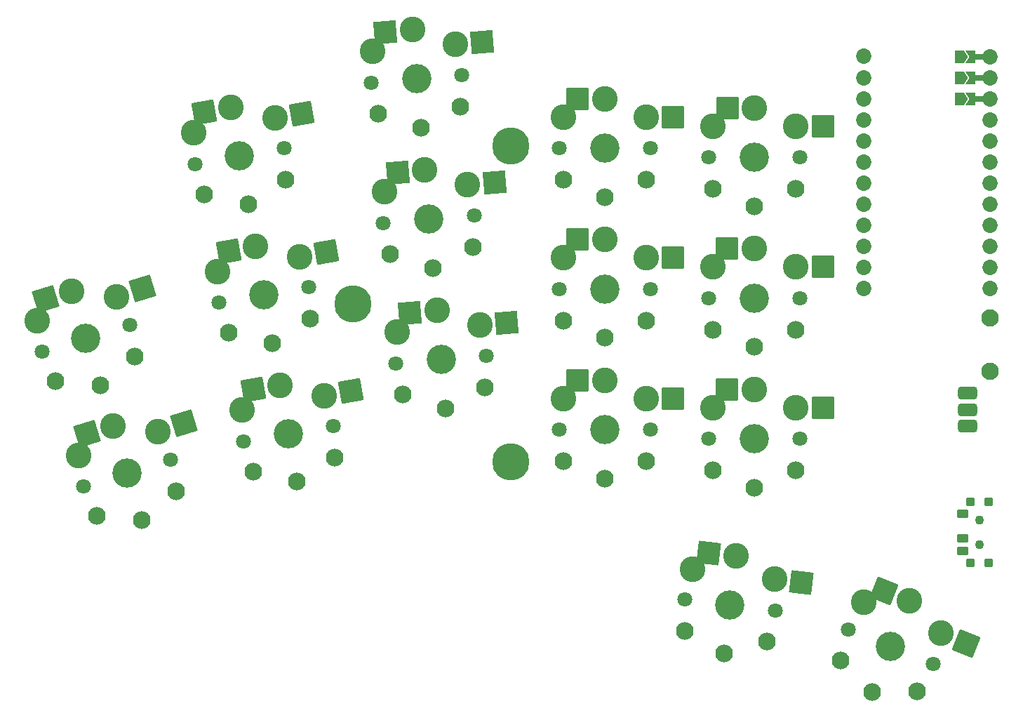
<source format=gbs>
%TF.GenerationSoftware,KiCad,Pcbnew,(6.0.4)*%
%TF.CreationDate,2022-06-17T23:19:32+02:00*%
%TF.ProjectId,konafa,6b6f6e61-6661-42e6-9b69-6361645f7063,v1.0.0*%
%TF.SameCoordinates,Original*%
%TF.FileFunction,Soldermask,Bot*%
%TF.FilePolarity,Negative*%
%FSLAX46Y46*%
G04 Gerber Fmt 4.6, Leading zero omitted, Abs format (unit mm)*
G04 Created by KiCad (PCBNEW (6.0.4)) date 2022-06-17 23:19:32*
%MOMM*%
%LPD*%
G01*
G04 APERTURE LIST*
G04 Aperture macros list*
%AMRoundRect*
0 Rectangle with rounded corners*
0 $1 Rounding radius*
0 $2 $3 $4 $5 $6 $7 $8 $9 X,Y pos of 4 corners*
0 Add a 4 corners polygon primitive as box body*
4,1,4,$2,$3,$4,$5,$6,$7,$8,$9,$2,$3,0*
0 Add four circle primitives for the rounded corners*
1,1,$1+$1,$2,$3*
1,1,$1+$1,$4,$5*
1,1,$1+$1,$6,$7*
1,1,$1+$1,$8,$9*
0 Add four rect primitives between the rounded corners*
20,1,$1+$1,$2,$3,$4,$5,0*
20,1,$1+$1,$4,$5,$6,$7,0*
20,1,$1+$1,$6,$7,$8,$9,0*
20,1,$1+$1,$8,$9,$2,$3,0*%
%AMFreePoly0*
4,1,16,0.685355,0.785355,0.700000,0.750000,0.691603,0.722265,0.210093,0.000000,0.691603,-0.722265,0.699029,-0.759806,0.677735,-0.791603,0.650000,-0.800000,-0.500000,-0.800000,-0.535355,-0.785355,-0.550000,-0.750000,-0.550000,0.750000,-0.535355,0.785355,-0.500000,0.800000,0.650000,0.800000,0.685355,0.785355,0.685355,0.785355,$1*%
%AMFreePoly1*
4,1,16,0.535355,0.785355,0.550000,0.750000,0.550000,-0.750000,0.535355,-0.785355,0.500000,-0.800000,-0.500000,-0.800000,-0.535355,-0.785355,-0.541603,-0.777735,-1.041603,-0.027735,-1.049029,0.009806,-1.041603,0.027735,-0.541603,0.777735,-0.509806,0.799029,-0.500000,0.800000,0.500000,0.800000,0.535355,0.785355,0.535355,0.785355,$1*%
G04 Aperture macros list end*
%ADD10C,2.100000*%
%ADD11C,3.100000*%
%ADD12C,1.801800*%
%ADD13C,3.529000*%
%ADD14C,2.132000*%
%ADD15RoundRect,0.050000X-1.054507X-1.505993X1.505993X-1.054507X1.054507X1.505993X-1.505993X1.054507X0*%
%ADD16RoundRect,0.050000X-1.181751X-1.408356X1.408356X-1.181751X1.181751X1.408356X-1.408356X1.181751X0*%
%ADD17RoundRect,0.050000X-1.300000X-1.300000X1.300000X-1.300000X1.300000X1.300000X-1.300000X1.300000X0*%
%ADD18RoundRect,0.050000X-0.450000X0.450000X-0.450000X-0.450000X0.450000X-0.450000X0.450000X0.450000X0*%
%ADD19C,1.100000*%
%ADD20RoundRect,0.050000X-0.625000X0.450000X-0.625000X-0.450000X0.625000X-0.450000X0.625000X0.450000X0*%
%ADD21RoundRect,0.050000X-1.692328X-0.718350X0.718350X-1.692328X1.692328X0.718350X-0.718350X1.692328X0*%
%ADD22RoundRect,0.425000X-0.750000X0.375000X-0.750000X-0.375000X0.750000X-0.375000X0.750000X0.375000X0*%
%ADD23RoundRect,0.050000X-0.863113X-1.623279X1.623279X-0.863113X0.863113X1.623279X-1.623279X0.863113X0*%
%ADD24RoundRect,0.050000X-1.448740X-1.131880X1.131880X-1.448740X1.448740X1.131880X-1.131880X1.448740X0*%
%ADD25C,1.852600*%
%ADD26FreePoly0,180.000000*%
%ADD27RoundRect,0.050000X-0.762000X0.250000X-0.762000X-0.250000X0.762000X-0.250000X0.762000X0.250000X0*%
%ADD28FreePoly1,180.000000*%
%ADD29C,4.500000*%
G04 APERTURE END LIST*
D10*
%TO.C,B1*%
X161906791Y85243254D03*
X161906791Y78743254D03*
%TD*%
D11*
%TO.C,S11*%
X70353903Y110604673D03*
D12*
X65970667Y103790002D03*
X76803553Y105700132D03*
D11*
X65811891Y107569854D03*
D13*
X71387110Y104745067D03*
D11*
X75659968Y109306336D03*
D14*
X76971012Y101871038D03*
D15*
X67128657Y110035975D03*
D14*
X67122934Y100134557D03*
D15*
X78885214Y109875034D03*
D14*
X72411634Y98934701D03*
%TD*%
D13*
%TO.C,S15*%
X94221643Y97114167D03*
D11*
X88913836Y100414117D03*
X93703066Y103041525D03*
D12*
X88742572Y96634810D03*
X99700714Y97593524D03*
D11*
X98875783Y101285675D03*
D16*
X90440528Y102756090D03*
D14*
X99533808Y93764406D03*
X89571861Y92892848D03*
D16*
X102138320Y101571110D03*
D14*
X94735862Y91236618D03*
%TD*%
D12*
%TO.C,S21*%
X109924791Y88712254D03*
X120924791Y88712254D03*
D11*
X110424791Y92462253D03*
D13*
X115424791Y88712254D03*
D11*
X120424791Y92462253D03*
X115424791Y94662254D03*
D17*
X112149790Y94662254D03*
D14*
X110424791Y84912254D03*
X120424791Y84912254D03*
D17*
X123699791Y92462253D03*
D14*
X115424791Y82812254D03*
%TD*%
D18*
%TO.C,T2*%
X161779791Y55652254D03*
X161779791Y63052254D03*
X159579791Y55652254D03*
X159579791Y63052254D03*
D19*
X160679791Y60852254D03*
X160679791Y57852254D03*
D20*
X158604791Y61602254D03*
X158604791Y58602254D03*
X158604791Y57102254D03*
%TD*%
D11*
%TO.C,S29*%
X133505791Y93561491D03*
X128505791Y91361490D03*
D12*
X128005791Y87611491D03*
D11*
X138505791Y91361490D03*
D12*
X139005791Y87611491D03*
D13*
X133505791Y87611491D03*
D14*
X128505791Y83811491D03*
X138505791Y83811491D03*
D17*
X130230790Y93561491D03*
D14*
X133505791Y81711491D03*
D17*
X141780791Y91361490D03*
%TD*%
D12*
%TO.C,S33*%
X144859803Y47613181D03*
D11*
X146728169Y50902816D03*
D12*
X155058825Y43492509D03*
D13*
X149959314Y45552845D03*
D11*
X152188223Y51069589D03*
X156000008Y47156751D03*
D14*
X153171728Y40156513D03*
D21*
X149151695Y52296426D03*
D14*
X143899890Y43902579D03*
X147749135Y40082460D03*
D21*
X159036535Y45929914D03*
%TD*%
D12*
%TO.C,S7*%
X82707591Y72216668D03*
D11*
X71715929Y74086390D03*
X81564006Y75822872D03*
D13*
X77291148Y71261603D03*
D11*
X76257941Y77121209D03*
D12*
X71874705Y70306538D03*
D15*
X73032695Y76552511D03*
D14*
X73026972Y66651093D03*
X82875050Y68387574D03*
X78315672Y65451237D03*
D15*
X84789252Y76391570D03*
%TD*%
D22*
%TO.C,PAD1*%
X159239791Y72162254D03*
X159239791Y74162254D03*
X159239791Y76162254D03*
%TD*%
D11*
%TO.C,S5*%
X51102647Y88419976D03*
D13*
X52842259Y82729963D03*
D11*
X56527389Y87777963D03*
D12*
X58101935Y84338007D03*
D11*
X46964342Y84854246D03*
D12*
X47582583Y81121919D03*
D14*
X58734795Y80557863D03*
X49171748Y77634146D03*
D23*
X47970748Y87462459D03*
D14*
X54567252Y77087765D03*
D23*
X59659287Y88735481D03*
%TD*%
D11*
%TO.C,S27*%
X128505791Y74361490D03*
D13*
X133505791Y70611491D03*
D11*
X138505791Y74361490D03*
D12*
X128005791Y70611491D03*
X139005791Y70611491D03*
D11*
X133505791Y76561491D03*
D17*
X130230790Y76561491D03*
D14*
X128505791Y66811491D03*
X138505791Y66811491D03*
D17*
X141780791Y74361490D03*
D14*
X133505791Y64711491D03*
%TD*%
D12*
%TO.C,S9*%
X68922686Y87048270D03*
X79755572Y88958400D03*
D13*
X74339129Y88003335D03*
D11*
X78611987Y92564604D03*
X73305922Y93862941D03*
X68763910Y90828122D03*
D15*
X70080676Y93294243D03*
D14*
X79923031Y85129306D03*
X70074953Y83392825D03*
X75363653Y82192969D03*
D15*
X81837233Y93133302D03*
%TD*%
D12*
%TO.C,S13*%
X90224220Y79699500D03*
D13*
X95703291Y80178857D03*
D11*
X100357431Y84350365D03*
X95184714Y86106215D03*
D12*
X101182362Y80658214D03*
D11*
X90395484Y83478807D03*
D16*
X91922176Y85820780D03*
D14*
X101015456Y76829096D03*
X91053509Y75957538D03*
D16*
X103619968Y84635800D03*
D14*
X96217510Y74301308D03*
%TD*%
D11*
%TO.C,S23*%
X138513229Y108358986D03*
D13*
X133513229Y104608987D03*
D11*
X133513229Y110558987D03*
X128513229Y108358986D03*
D12*
X139013229Y104608987D03*
X128013229Y104608987D03*
D17*
X130238228Y110558987D03*
D14*
X128513229Y100808987D03*
X138513229Y100808987D03*
X133513229Y98708987D03*
D17*
X141788229Y108358986D03*
%TD*%
D11*
%TO.C,S17*%
X87432189Y117349427D03*
D12*
X87260925Y113570120D03*
D11*
X97394136Y118220985D03*
D12*
X98219067Y114528834D03*
D13*
X92739996Y114049477D03*
D11*
X92221419Y119976835D03*
D14*
X98052161Y110699716D03*
D16*
X88958881Y119691400D03*
D14*
X88090214Y109828158D03*
X93254215Y108171928D03*
D16*
X100656673Y118506420D03*
%TD*%
D12*
%TO.C,S31*%
X125074473Y51246990D03*
D11*
X135953218Y53689409D03*
D12*
X135992481Y49906428D03*
D11*
X126027756Y54908103D03*
D13*
X130533477Y50576709D03*
D11*
X131258600Y56482359D03*
D14*
X125107643Y47414380D03*
D24*
X128008010Y56881481D03*
D14*
X135033104Y46195687D03*
X129814448Y44720687D03*
D24*
X139203806Y53290287D03*
%TD*%
D25*
%TO.C,MCU1*%
X161977213Y114199254D03*
D26*
X159643690Y114199254D03*
D25*
X161977213Y111659254D03*
D27*
X160593690Y116739254D03*
D25*
X146737213Y111659254D03*
D27*
X160593690Y114199254D03*
X160593690Y111659254D03*
D26*
X159643690Y111659254D03*
X159643690Y116739254D03*
D25*
X146737213Y116823000D03*
X161977213Y116739254D03*
X146737213Y114199254D03*
D28*
X158193690Y116739254D03*
X158193690Y114199254D03*
X158193690Y111659254D03*
D25*
X146737213Y109119254D03*
X146737213Y106579254D03*
X146737213Y104039254D03*
X146737213Y101499254D03*
X146737213Y98959254D03*
X146737213Y96419254D03*
X146737213Y93879254D03*
X146737213Y91339254D03*
X146737213Y88799254D03*
X161977213Y109119254D03*
X161977213Y106579254D03*
X161977213Y104039254D03*
X161977213Y101499254D03*
X161977213Y98959254D03*
X161977213Y96419254D03*
X161977213Y93879254D03*
X161977213Y91339254D03*
X161977213Y88799254D03*
%TD*%
D11*
%TO.C,S3*%
X51934661Y68597065D03*
D12*
X63072254Y68080826D03*
X52552902Y64864738D03*
D11*
X61497708Y71520782D03*
D13*
X57812578Y66472782D03*
D11*
X56072966Y72162795D03*
D14*
X54142067Y61376965D03*
X63705114Y64300682D03*
D23*
X52941067Y71205278D03*
D14*
X59537571Y60830584D03*
D23*
X64629606Y72478300D03*
%TD*%
D29*
%TO.C,REF\u002A\u002A*%
X85071791Y86894254D03*
X104121791Y67844254D03*
X104121791Y105944254D03*
%TD*%
D11*
%TO.C,S23*%
X115424791Y111662254D03*
D13*
X115424791Y105712254D03*
D12*
X109924791Y105712254D03*
D11*
X120424791Y109462253D03*
D12*
X120924791Y105712254D03*
D11*
X110424791Y109462253D03*
D14*
X110424791Y101912254D03*
X120424791Y101912254D03*
D17*
X112149790Y111662254D03*
X123699791Y109462253D03*
D14*
X115424791Y99812254D03*
%TD*%
D11*
%TO.C,S19*%
X120424791Y75462253D03*
D12*
X109924791Y71712254D03*
X120924791Y71712254D03*
D11*
X115424791Y77662254D03*
D13*
X115424791Y71712254D03*
D11*
X110424791Y75462253D03*
D14*
X110424791Y67912254D03*
X120424791Y67912254D03*
D17*
X112149790Y77662254D03*
D14*
X115424791Y65812254D03*
D17*
X123699791Y75462253D03*
%TD*%
M02*

</source>
